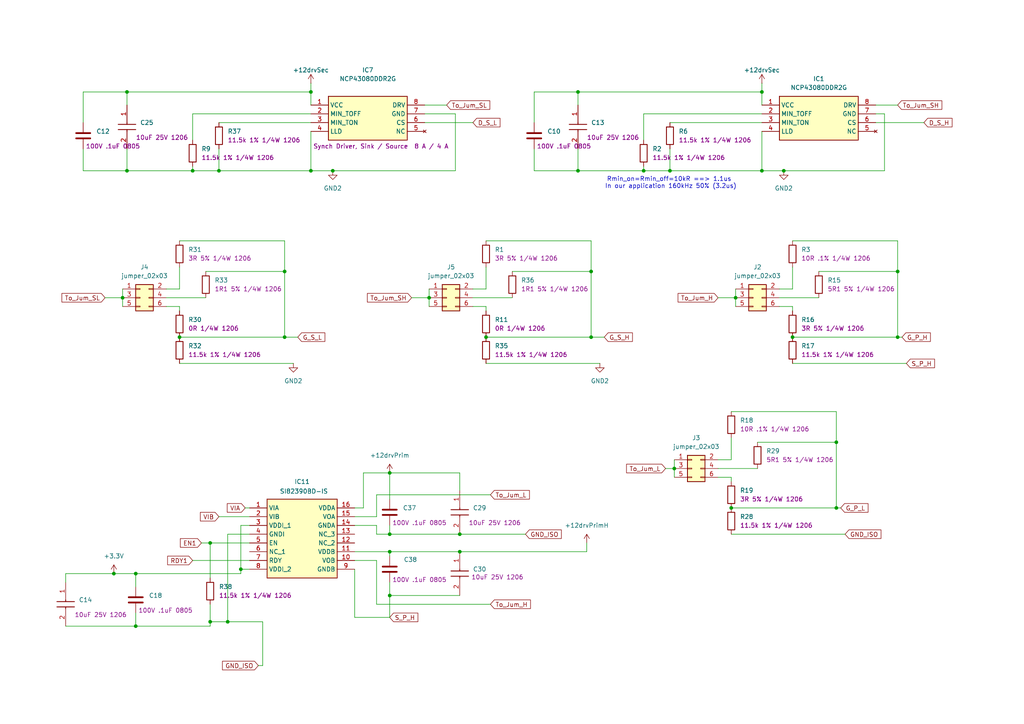
<source format=kicad_sch>
(kicad_sch (version 20250114) (generator "eeschema") (generator_version "9.0")
  (paper "A4")
  (lib_symbols
    (symbol "Connector_Generic:Conn_02x03_Odd_Even" (pin_names (offset 1.016) (hide yes))
      (property "Reference" "J" (at 1.27 5.08 0))
      (property "Value" "Conn_02x03_Odd_Even" (at 1.27 -5.08 0))
      (symbol "Conn_02x03_Odd_Even_1_1"
        (rectangle (start -1.27 3.81) (end 3.81 -3.81) (stroke (width 0.254)) (fill (type background)))
        (rectangle (start -1.27 2.667) (end 0 2.413) (stroke (width 0.1524)))
        (rectangle (start -1.27 0.127) (end 0 -0.127) (stroke (width 0.1524)))
        (rectangle (start -1.27 -2.413) (end 0 -2.667) (stroke (width 0.1524)))
        (rectangle (start 3.81 2.667) (end 2.54 2.413) (stroke (width 0.1524)))
        (rectangle (start 3.81 0.127) (end 2.54 -0.127) (stroke (width 0.1524)))
        (rectangle (start 3.81 -2.413) (end 2.54 -2.667) (stroke (width 0.1524)))
        (pin passive line (at -5.08 2.54 0) (length 3.81) (name "Pin_1") (number "1"))
        (pin passive line (at -5.08 0 0) (length 3.81) (name "Pin_3") (number "3"))
        (pin passive line (at -5.08 -2.54 0) (length 3.81) (name "Pin_5") (number "5"))
        (pin passive line (at 7.62 2.54 180) (length 3.81) (name "Pin_2") (number "2"))
        (pin passive line (at 7.62 0 180) (length 3.81) (name "Pin_4") (number "4"))
        (pin passive line (at 7.62 -2.54 180) (length 3.81) (name "Pin_6") (number "6"))
      )
    )
    (symbol "Device:C" (pin_numbers (hide yes)) (pin_names (offset 0.254))
      (property "Reference" "C" (at 0.635 2.54 0))
      (property "Value" "C" (at 0.635 -2.54 0))
      (symbol "C_0_1"
        (polyline (pts (xy -2.032 0.762) (xy 2.032 0.762)) (stroke (width 0.508)))
        (polyline (pts (xy -2.032 -0.762) (xy 2.032 -0.762)) (stroke (width 0.508)))
      )
      (symbol "C_1_1"
        (pin passive line (at 0 3.81 270) (length 2.794) (name "~") (number "1"))
        (pin passive line (at 0 -3.81 90) (length 2.794) (name "~") (number "2"))
      )
    )
    (symbol "Device:R" (pin_numbers (hide yes)) (pin_names (offset 0))
      (property "Reference" "R" (at 2.032 0 90))
      (property "Value" "R" (at 0 0 90))
      (symbol "R_0_1"
        (rectangle (start -1.016 -2.54) (end 1.016 2.54) (stroke (width 0.254)))
      )
      (symbol "R_1_1"
        (pin passive line (at 0 3.81 270) (length 1.27) (name "~") (number "1"))
        (pin passive line (at 0 -3.81 90) (length 1.27) (name "~") (number "2"))
      )
    )
    (symbol "GRM31CR71E106KA12K:GRM31CR71E106KA12K" (pin_names (hide yes))
      (property "Reference" "C" (at 8.89 6.35 0))
      (property "Value" "GRM31CR71E106KA12K" (at 8.89 3.81 0))
      (symbol "GRM31CR71E106KA12K_1_1"
        (polyline (pts (xy 5.08 0) (xy 5.588 0)) (stroke (width 0.254)))
        (polyline (pts (xy 5.588 2.54) (xy 5.588 -2.54)) (stroke (width 0.254)))
        (polyline (pts (xy 7.112 2.54) (xy 7.112 -2.54)) (stroke (width 0.254)))
        (polyline (pts (xy 7.112 0) (xy 7.62 0)) (stroke (width 0.254)))
        (pin passive line (at 0 0 0) (length 5.08) (name "1") (number "1"))
        (pin passive line (at 12.7 0 180) (length 5.08) (name "2") (number "2"))
      )
    )
    (symbol "NCP43080ADR2G:NCP43080ADR2G"
      (property "Reference" "IC" (at 29.21 7.62 0))
      (property "Value" "NCP43080ADR2G" (at 29.21 5.08 0))
      (symbol "NCP43080ADR2G_1_1"
        (rectangle (start 5.08 2.54) (end 27.94 -10.16) (stroke (width 0.254)) (fill (type background)))
        (pin passive line (at 0 0 0) (length 5.08) (name "VCC") (number "1"))
        (pin passive line (at 0 -2.54 0) (length 5.08) (name "MIN_TOFF") (number "2"))
        (pin passive line (at 0 -5.08 0) (length 5.08) (name "MIN_TON") (number "3"))
        (pin passive line (at 0 -7.62 0) (length 5.08) (name "LLD") (number "4"))
        (pin passive line (at 33.02 0 180) (length 5.08) (name "DRV") (number "8"))
        (pin passive line (at 33.02 -2.54 180) (length 5.08) (name "GND") (number "7"))
        (pin passive line (at 33.02 -5.08 180) (length 5.08) (name "CS") (number "6"))
        (pin no_connect line (at 33.02 -7.62 180) (length 5.08) (name "NC") (number "5"))
      )
    )
    (symbol "SI82390BD-IS:SI82390BD-IS"
      (property "Reference" "IC" (at 26.67 7.62 0))
      (property "Value" "SI82390BD-IS" (at 26.67 5.08 0))
      (symbol "SI82390BD-IS_1_1"
        (rectangle (start 5.08 2.54) (end 25.4 -20.32) (stroke (width 0.254)) (fill (type background)))
        (pin passive line (at 0 0 0) (length 5.08) (name "VIA") (number "1"))
        (pin passive line (at 0 -2.54 0) (length 5.08) (name "VIB") (number "2"))
        (pin passive line (at 0 -5.08 0) (length 5.08) (name "VDDI_1") (number "3"))
        (pin passive line (at 0 -7.62 0) (length 5.08) (name "GNDI") (number "4"))
        (pin passive line (at 0 -10.16 0) (length 5.08) (name "EN") (number "5"))
        (pin passive line (at 0 -12.7 0) (length 5.08) (name "NC_1") (number "6"))
        (pin passive line (at 0 -15.24 0) (length 5.08) (name "RDY") (number "7"))
        (pin passive line (at 0 -17.78 0) (length 5.08) (name "VDDI_2") (number "8"))
        (pin passive line (at 30.48 0 180) (length 5.08) (name "VDDA") (number "16"))
        (pin passive line (at 30.48 -2.54 180) (length 5.08) (name "VOA") (number "15"))
        (pin passive line (at 30.48 -5.08 180) (length 5.08) (name "GNDA") (number "14"))
        (pin passive line (at 30.48 -7.62 180) (length 5.08) (name "NC_3") (number "13"))
        (pin passive line (at 30.48 -10.16 180) (length 5.08) (name "NC_2") (number "12"))
        (pin passive line (at 30.48 -12.7 180) (length 5.08) (name "VDDB") (number "11"))
        (pin passive line (at 30.48 -15.24 180) (length 5.08) (name "VOB") (number "10"))
        (pin passive line (at 30.48 -17.78 180) (length 5.08) (name "GNDB") (number "9"))
      )
    )
    (symbol "power:+12V" (power) (pin_numbers (hide yes)) (pin_names (offset 0) (hide yes))
      (property "Value" "+12V" (at 0 3.556 0))
      (symbol "+12V_0_1"
        (polyline (pts (xy -0.762 1.27) (xy 0 2.54)))
        (polyline (pts (xy 0 2.54) (xy 0.762 1.27)))
        (polyline (pts (xy 0 0) (xy 0 2.54)))
      )
      (symbol "+12V_1_1"
        (pin power_in line (at 0 0 90) (length 0) (name "~") (number "1"))
      )
    )
    (symbol "power:+5V" (power) (pin_numbers (hide yes)) (pin_names (offset 0) (hide yes))
      (property "Value" "+5V" (at 0 3.556 0))
      (symbol "+5V_0_1"
        (polyline (pts (xy -0.762 1.27) (xy 0 2.54)))
        (polyline (pts (xy 0 2.54) (xy 0.762 1.27)))
        (polyline (pts (xy 0 0) (xy 0 2.54)))
      )
      (symbol "+5V_1_1"
        (pin power_in line (at 0 0 90) (length 0) (name "~") (number "1"))
      )
    )
    (symbol "power:GND2" (power) (pin_numbers (hide yes)) (pin_names (offset 0) (hide yes))
      (property "Value" "GND2" (at 0 -3.81 0))
      (symbol "GND2_0_1"
        (polyline (pts (xy 0 0) (xy 0 -1.27) (xy 1.27 -1.27) (xy 0 -2.54) (xy -1.27 -1.27) (xy 0 -1.27)))
      )
      (symbol "GND2_1_1"
        (pin power_in line (at 0 0 270) (length 0) (name "~") (number "1"))
      )
    )
  )
  (text "Rmin_on=Rmin_off=10kR ==> 1.1us \nIn our application 160kHz 50% (3.2us)" (at 194.564 53.086 0) (effects (font (size 1.27 1.27))))
  (junction (at 140.97 97.79))
  (junction (at 39.37 181.61))
  (junction (at 66.04 180.34))
  (junction (at 220.98 26.67))
  (junction (at 35.56 86.36))
  (junction (at 82.55 78.74))
  (junction (at 52.07 97.79))
  (junction (at 113.03 172.72))
  (junction (at 36.83 26.67))
  (junction (at 39.37 166.37))
  (junction (at 242.57 128.27))
  (junction (at 69.85 165.1))
  (junction (at 82.55 97.79))
  (junction (at 260.35 97.79))
  (junction (at 133.35 160.02))
  (junction (at 186.69 49.53))
  (junction (at 133.35 154.94))
  (junction (at 195.58 135.89))
  (junction (at 60.96 180.34))
  (junction (at 63.5 49.53))
  (junction (at 220.98 49.53))
  (junction (at 90.17 49.53))
  (junction (at 260.35 78.74))
  (junction (at 55.88 49.53))
  (junction (at 96.52 49.53))
  (junction (at 194.31 49.53))
  (junction (at 36.83 49.53))
  (junction (at 167.64 49.53))
  (junction (at 90.17 26.67))
  (junction (at 213.36 86.36))
  (junction (at 171.45 97.79))
  (junction (at 113.03 137.16))
  (junction (at 124.46 86.36))
  (junction (at 113.03 160.02))
  (junction (at 33.02 166.37))
  (junction (at 227.33 49.53))
  (junction (at 171.45 78.74))
  (junction (at 113.03 154.94))
  (junction (at 167.64 26.67))
  (junction (at 60.96 157.48))
  (junction (at 229.87 97.79))
  (junction (at 242.57 147.32))
  (junction (at 212.09 147.32))
  (wire (pts (xy 229.87 83.82) (xy 226.06 83.82)))
  (wire (pts (xy 123.19 33.02) (xy 132.08 33.02)))
  (wire (pts (xy 154.94 26.67) (xy 154.94 35.56)))
  (wire (pts (xy 237.49 78.74) (xy 260.35 78.74)))
  (wire (pts (xy 213.36 83.82) (xy 213.36 86.36)))
  (wire (pts (xy 220.98 26.67) (xy 220.98 30.48)))
  (wire (pts (xy 113.03 137.16) (xy 113.03 144.78)))
  (wire (pts (xy 109.22 175.26) (xy 109.22 162.56)))
  (wire (pts (xy 254 35.56) (xy 267.97 35.56)))
  (wire (pts (xy 137.16 88.9) (xy 140.97 88.9)))
  (wire (pts (xy 227.33 49.53) (xy 256.54 49.53)))
  (wire (pts (xy 39.37 181.61) (xy 39.37 177.8)))
  (wire (pts (xy 208.28 138.43) (xy 212.09 138.43)))
  (wire (pts (xy 63.5 49.53) (xy 90.17 49.53)))
  (wire (pts (xy 229.87 77.47) (xy 229.87 83.82)))
  (wire (pts (xy 212.09 133.35) (xy 208.28 133.35)))
  (wire (pts (xy 109.22 143.51) (xy 142.24 143.51)))
  (wire (pts (xy 140.97 77.47) (xy 140.97 83.82)))
  (wire (pts (xy 52.07 105.41) (xy 85.09 105.41)))
  (wire (pts (xy 60.96 157.48) (xy 60.96 167.64)))
  (wire (pts (xy 52.07 97.79) (xy 82.55 97.79)))
  (wire (pts (xy 140.97 97.79) (xy 171.45 97.79)))
  (wire (pts (xy 113.03 179.07) (xy 113.03 172.72)))
  (wire (pts (xy 195.58 135.89) (xy 195.58 138.43)))
  (wire (pts (xy 167.64 43.18) (xy 167.64 49.53)))
  (wire (pts (xy 154.94 26.67) (xy 167.64 26.67)))
  (wire (pts (xy 140.97 105.41) (xy 173.99 105.41)))
  (wire (pts (xy 72.39 152.4) (xy 69.85 152.4)))
  (wire (pts (xy 24.13 26.67) (xy 36.83 26.67)))
  (wire (pts (xy 109.22 149.86) (xy 109.22 143.51)))
  (wire (pts (xy 96.52 49.53) (xy 132.08 49.53)))
  (wire (pts (xy 154.94 49.53) (xy 167.64 49.53)))
  (wire (pts (xy 113.03 168.91) (xy 113.03 172.72)))
  (wire (pts (xy 39.37 170.18) (xy 39.37 166.37)))
  (wire (pts (xy 90.17 26.67) (xy 90.17 30.48)))
  (wire (pts (xy 167.64 26.67) (xy 220.98 26.67)))
  (wire (pts (xy 102.87 160.02) (xy 113.03 160.02)))
  (wire (pts (xy 63.5 35.56) (xy 90.17 35.56)))
  (wire (pts (xy 55.88 162.56) (xy 72.39 162.56)))
  (wire (pts (xy 90.17 24.13) (xy 90.17 26.67)))
  (wire (pts (xy 69.85 166.37) (xy 69.85 165.1)))
  (wire (pts (xy 260.35 78.74) (xy 260.35 97.79)))
  (wire (pts (xy 60.96 180.34) (xy 66.04 180.34)))
  (wire (pts (xy 102.87 162.56) (xy 109.22 162.56)))
  (wire (pts (xy 52.07 77.47) (xy 52.07 83.82)))
  (wire (pts (xy 171.45 69.85) (xy 171.45 78.74)))
  (wire (pts (xy 19.05 166.37) (xy 33.02 166.37)))
  (wire (pts (xy 212.09 147.32) (xy 242.57 147.32)))
  (wire (pts (xy 30.48 86.36) (xy 35.56 86.36)))
  (wire (pts (xy 96.52 49.53) (xy 90.17 49.53)))
  (wire (pts (xy 113.03 154.94) (xy 133.35 154.94)))
  (wire (pts (xy 33.02 166.37) (xy 39.37 166.37)))
  (wire (pts (xy 55.88 49.53) (xy 63.5 49.53)))
  (wire (pts (xy 69.85 165.1) (xy 72.39 165.1)))
  (wire (pts (xy 60.96 180.34) (xy 60.96 175.26)))
  (wire (pts (xy 229.87 90.17) (xy 229.87 88.9)))
  (wire (pts (xy 140.97 83.82) (xy 137.16 83.82)))
  (wire (pts (xy 213.36 86.36) (xy 213.36 88.9)))
  (wire (pts (xy 229.87 97.79) (xy 260.35 97.79)))
  (wire (pts (xy 36.83 49.53) (xy 55.88 49.53)))
  (wire (pts (xy 154.94 43.18) (xy 154.94 49.53)))
  (wire (pts (xy 133.35 154.94) (xy 152.4 154.94)))
  (wire (pts (xy 212.09 127) (xy 212.09 133.35)))
  (wire (pts (xy 105.41 137.16) (xy 105.41 147.32)))
  (wire (pts (xy 193.04 135.89) (xy 195.58 135.89)))
  (wire (pts (xy 167.64 26.67) (xy 167.64 30.48)))
  (wire (pts (xy 36.83 26.67) (xy 90.17 26.67)))
  (wire (pts (xy 55.88 40.64) (xy 55.88 33.02)))
  (wire (pts (xy 105.41 137.16) (xy 113.03 137.16)))
  (wire (pts (xy 82.55 69.85) (xy 82.55 78.74)))
  (wire (pts (xy 113.03 152.4) (xy 113.03 154.94)))
  (wire (pts (xy 66.04 180.34) (xy 76.2 180.34)))
  (wire (pts (xy 74.93 193.04) (xy 76.2 193.04)))
  (wire (pts (xy 71.12 147.32) (xy 72.39 147.32)))
  (wire (pts (xy 59.69 78.74) (xy 82.55 78.74)))
  (wire (pts (xy 229.87 105.41) (xy 262.89 105.41)))
  (wire (pts (xy 212.09 154.94) (xy 245.11 154.94)))
  (wire (pts (xy 63.5 149.86) (xy 72.39 149.86)))
  (wire (pts (xy 229.87 69.85) (xy 260.35 69.85)))
  (wire (pts (xy 52.07 69.85) (xy 82.55 69.85)))
  (wire (pts (xy 226.06 88.9) (xy 229.87 88.9)))
  (wire (pts (xy 55.88 48.26) (xy 55.88 49.53)))
  (wire (pts (xy 171.45 97.79) (xy 175.26 97.79)))
  (wire (pts (xy 66.04 154.94) (xy 72.39 154.94)))
  (wire (pts (xy 260.35 97.79) (xy 261.62 97.79)))
  (wire (pts (xy 124.46 83.82) (xy 124.46 86.36)))
  (wire (pts (xy 52.07 90.17) (xy 52.07 88.9)))
  (wire (pts (xy 242.57 147.32) (xy 243.84 147.32)))
  (wire (pts (xy 195.58 133.35) (xy 195.58 135.89)))
  (wire (pts (xy 52.07 83.82) (xy 48.26 83.82)))
  (wire (pts (xy 36.83 26.67) (xy 36.83 30.48)))
  (wire (pts (xy 113.03 160.02) (xy 113.03 161.29)))
  (wire (pts (xy 119.38 86.36) (xy 124.46 86.36)))
  (wire (pts (xy 137.16 86.36) (xy 148.59 86.36)))
  (wire (pts (xy 140.97 69.85) (xy 171.45 69.85)))
  (wire (pts (xy 82.55 97.79) (xy 86.36 97.79)))
  (wire (pts (xy 254 30.48) (xy 260.35 30.48)))
  (wire (pts (xy 19.05 168.91) (xy 19.05 166.37)))
  (wire (pts (xy 171.45 78.74) (xy 171.45 97.79)))
  (wire (pts (xy 186.69 33.02) (xy 220.98 33.02)))
  (wire (pts (xy 123.19 35.56) (xy 137.16 35.56)))
  (wire (pts (xy 194.31 35.56) (xy 220.98 35.56)))
  (wire (pts (xy 35.56 83.82) (xy 35.56 86.36)))
  (wire (pts (xy 167.64 49.53) (xy 186.69 49.53)))
  (wire (pts (xy 24.13 26.67) (xy 24.13 35.56)))
  (wire (pts (xy 76.2 193.04) (xy 76.2 180.34)))
  (wire (pts (xy 194.31 43.18) (xy 194.31 49.53)))
  (wire (pts (xy 113.03 172.72) (xy 133.35 172.72)))
  (wire (pts (xy 55.88 33.02) (xy 90.17 33.02)))
  (wire (pts (xy 132.08 33.02) (xy 132.08 49.53)))
  (wire (pts (xy 113.03 160.02) (xy 133.35 160.02)))
  (wire (pts (xy 109.22 152.4) (xy 109.22 154.94)))
  (wire (pts (xy 19.05 181.61) (xy 39.37 181.61)))
  (wire (pts (xy 109.22 152.4) (xy 102.87 152.4)))
  (wire (pts (xy 220.98 38.1) (xy 220.98 49.53)))
  (wire (pts (xy 39.37 166.37) (xy 69.85 166.37)))
  (wire (pts (xy 60.96 181.61) (xy 60.96 180.34)))
  (wire (pts (xy 220.98 24.13) (xy 220.98 26.67)))
  (wire (pts (xy 39.37 181.61) (xy 60.96 181.61)))
  (wire (pts (xy 35.56 86.36) (xy 35.56 88.9)))
  (wire (pts (xy 242.57 128.27) (xy 242.57 147.32)))
  (wire (pts (xy 48.26 88.9) (xy 52.07 88.9)))
  (wire (pts (xy 256.54 33.02) (xy 256.54 49.53)))
  (wire (pts (xy 212.09 119.38) (xy 242.57 119.38)))
  (wire (pts (xy 227.33 49.53) (xy 220.98 49.53)))
  (wire (pts (xy 194.31 49.53) (xy 220.98 49.53)))
  (wire (pts (xy 102.87 165.1) (xy 102.87 179.07)))
  (wire (pts (xy 109.22 175.26) (xy 142.24 175.26)))
  (wire (pts (xy 186.69 49.53) (xy 194.31 49.53)))
  (wire (pts (xy 186.69 40.64) (xy 186.69 33.02)))
  (wire (pts (xy 66.04 154.94) (xy 66.04 180.34)))
  (wire (pts (xy 133.35 137.16) (xy 133.35 142.24)))
  (wire (pts (xy 242.57 119.38) (xy 242.57 128.27)))
  (wire (pts (xy 208.28 86.36) (xy 213.36 86.36)))
  (wire (pts (xy 102.87 149.86) (xy 109.22 149.86)))
  (wire (pts (xy 140.97 90.17) (xy 140.97 88.9)))
  (wire (pts (xy 212.09 139.7) (xy 212.09 138.43)))
  (wire (pts (xy 186.69 48.26) (xy 186.69 49.53)))
  (wire (pts (xy 254 33.02) (xy 256.54 33.02)))
  (wire (pts (xy 260.35 69.85) (xy 260.35 78.74)))
  (wire (pts (xy 133.35 160.02) (xy 170.18 160.02)))
  (wire (pts (xy 226.06 86.36) (xy 237.49 86.36)))
  (wire (pts (xy 24.13 43.18) (xy 24.13 49.53)))
  (wire (pts (xy 219.71 128.27) (xy 242.57 128.27)))
  (wire (pts (xy 170.18 160.02) (xy 170.18 157.48)))
  (wire (pts (xy 58.42 157.48) (xy 60.96 157.48)))
  (wire (pts (xy 109.22 154.94) (xy 113.03 154.94)))
  (wire (pts (xy 102.87 179.07) (xy 113.03 179.07)))
  (wire (pts (xy 113.03 137.16) (xy 133.35 137.16)))
  (wire (pts (xy 82.55 78.74) (xy 82.55 97.79)))
  (wire (pts (xy 48.26 86.36) (xy 59.69 86.36)))
  (wire (pts (xy 24.13 49.53) (xy 36.83 49.53)))
  (wire (pts (xy 60.96 157.48) (xy 72.39 157.48)))
  (wire (pts (xy 63.5 43.18) (xy 63.5 49.53)))
  (wire (pts (xy 90.17 38.1) (xy 90.17 49.53)))
  (wire (pts (xy 102.87 147.32) (xy 105.41 147.32)))
  (wire (pts (xy 148.59 78.74) (xy 171.45 78.74)))
  (wire (pts (xy 123.19 30.48) (xy 129.54 30.48)))
  (wire (pts (xy 36.83 43.18) (xy 36.83 49.53)))
  (wire (pts (xy 208.28 135.89) (xy 219.71 135.89)))
  (wire (pts (xy 69.85 152.4) (xy 69.85 165.1)))
  (wire (pts (xy 124.46 86.36) (xy 124.46 88.9)))
  (global_label "To_Jum_H" (shape input) (at 142.24 175.26 0) (property "Intersheetrefs" "${INTERSHEET_REFS}" (effects (hide yes))))
  (global_label "To_Jum_SL" (shape input) (at 30.48 86.36 180) (property "Intersheetrefs" "${INTERSHEET_REFS}" (effects (hide yes))))
  (global_label "To_Jum_SH" (shape input) (at 260.35 30.48 0) (property "Intersheetrefs" "${INTERSHEET_REFS}" (effects (hide yes))))
  (global_label "G_S_L" (shape input) (at 86.36 97.79 0) (property "Intersheetrefs" "${INTERSHEET_REFS}" (effects (hide yes))))
  (global_label "To_Jum_SL" (shape input) (at 129.54 30.48 0) (property "Intersheetrefs" "${INTERSHEET_REFS}" (effects (hide yes))))
  (global_label "S_P_H" (shape input) (at 113.03 179.07 0) (property "Intersheetrefs" "${INTERSHEET_REFS}" (effects (hide yes))))
  (global_label "D_S_L" (shape input) (at 137.16 35.56 0) (property "Intersheetrefs" "${INTERSHEET_REFS}" (effects (hide yes))))
  (global_label "G_P_L" (shape input) (at 243.84 147.32 0) (property "Intersheetrefs" "${INTERSHEET_REFS}" (effects (hide yes))))
  (global_label "RDY1" (shape input) (at 55.88 162.56 180) (property "Intersheetrefs" "${INTERSHEET_REFS}" (effects (hide yes))))
  (global_label "S_P_H" (shape input) (at 262.89 105.41 0) (property "Intersheetrefs" "${INTERSHEET_REFS}" (effects (hide yes))))
  (global_label "G_P_H" (shape input) (at 261.62 97.79 0) (property "Intersheetrefs" "${INTERSHEET_REFS}" (effects (hide yes))))
  (global_label "G_S_H" (shape input) (at 175.26 97.79 0) (property "Intersheetrefs" "${INTERSHEET_REFS}" (effects (hide yes))))
  (global_label "To_Jum_H" (shape input) (at 208.28 86.36 180) (property "Intersheetrefs" "${INTERSHEET_REFS}" (effects (hide yes))))
  (global_label "To_Jum_L" (shape input) (at 193.04 135.89 180) (property "Intersheetrefs" "${INTERSHEET_REFS}" (effects (hide yes))))
  (global_label "GND_ISO" (shape input) (at 152.4 154.94 0) (property "Intersheetrefs" "${INTERSHEET_REFS}" (effects (hide yes))))
  (global_label "D_S_H" (shape input) (at 267.97 35.56 0) (property "Intersheetrefs" "${INTERSHEET_REFS}" (effects (hide yes))))
  (global_label "To_Jum_SH" (shape input) (at 119.38 86.36 180) (property "Intersheetrefs" "${INTERSHEET_REFS}" (effects (hide yes))))
  (global_label "VIB" (shape input) (at 63.5 149.86 180) (property "Intersheetrefs" "${INTERSHEET_REFS}" (effects (hide yes))))
  (global_label "GND_ISO" (shape input) (at 74.93 193.04 180) (property "Intersheetrefs" "${INTERSHEET_REFS}" (effects (hide yes))))
  (global_label "VIA" (shape input) (at 71.12 147.32 180) (property "Intersheetrefs" "${INTERSHEET_REFS}" (effects (hide yes))))
  (global_label "EN1" (shape input) (at 58.42 157.48 180) (property "Intersheetrefs" "${INTERSHEET_REFS}" (effects (hide yes))))
  (global_label "GND_ISO" (shape input) (at 245.11 154.94 0) (property "Intersheetrefs" "${INTERSHEET_REFS}" (effects (hide yes))))
  (global_label "To_Jum_L" (shape input) (at 142.24 143.51 0) (property "Intersheetrefs" "${INTERSHEET_REFS}" (effects (hide yes))))
  (symbol (lib_id "Device:R") (at 229.87 93.98 0) (unit 1)
    (property "Reference" "R16" (at 232.41 92.7099 0) (effects (justify left)))
    (property "Value" "KTR18EZPJ3R0" (effects (hide yes)))
    (property "Footprint" "Resistor_SMD:R_1206_3216Metric" (effects (hide yes)))
    (property "Datasheet" "https://fscdn.rohm.com/en/products/databook/datasheet/passive/resistor/chip_resistor/ktr-e.pdf" (effects (hide yes)))
    (property "Description" "3R 5% 1/4W 1206" (at 232.41 95.2499 0) (effects (justify left)))
    (property "Mouser Part Number" "755-KTR18EZPJ3R0" (effects (hide yes)))
    (property "Manufacturer_Name  " "ROHM Semiconductor" (effects (hide yes)))
    (property "Manufacturer_Part_Number " "KTR18EZPJ3R0" (effects (hide yes)))
  )
  (symbol (lib_id "Device:R") (at 52.07 93.98 0) (unit 1)
    (property "Reference" "R30" (at 54.61 92.7099 0) (effects (justify left)))
    (property "Value" "CRCW12060000Z0EAC" (effects (hide yes)))
    (property "Footprint" "Resistor_SMD:R_1206_3216Metric" (effects (hide yes)))
    (property "Datasheet" "https://www.vishay.com/docs/28773/crcwce3.pdf" (effects (hide yes)))
    (property "Description" "0R 1/4W 1206" (at 54.61 95.2499 0) (effects (justify left)))
    (property "Mouser Part Number" "71-CRCW12060000Z0EAC" (effects (hide yes)))
    (property "Manufacturer_Name  " "Vishay" (effects (hide yes)))
    (property "Manufacturer_Part_Number " "CRCW12060000Z0EAC" (effects (hide yes)))
  )
  (symbol (lib_id "Device:R") (at 237.49 82.55 0) (unit 1)
    (property "Reference" "R15" (at 240.03 81.2799 0) (effects (justify left)))
    (property "Value" "M251206BB5108JP500" (effects (hide yes)))
    (property "Footprint" "Resistor_SMD:R_1206_3216Metric" (effects (hide yes)))
    (property "Datasheet" "https://www.vishay.com/doc?20031" (effects (hide yes)))
    (property "Description" "5R1 5% 1/4W 1206" (at 240.03 83.8199 0) (effects (justify left)))
    (property "Mouser Part Number" "71-M251206BB5108JP50" (effects (hide yes)))
    (property "Manufacturer_Name  " "Vishay / Dale" (effects (hide yes)))
    (property "Manufacturer_Part_Number " "M251206BB5108JP500" (effects (hide yes)))
  )
  (symbol (lib_id "Device:R") (at 212.09 143.51 0) (unit 1)
    (property "Reference" "R19" (at 214.63 142.2399 0) (effects (justify left)))
    (property "Value" "KTR18EZPJ3R0" (effects (hide yes)))
    (property "Footprint" "Resistor_SMD:R_1206_3216Metric" (effects (hide yes)))
    (property "Datasheet" "https://fscdn.rohm.com/en/products/databook/datasheet/passive/resistor/chip_resistor/ktr-e.pdf" (effects (hide yes)))
    (property "Description" "3R 5% 1/4W 1206" (at 214.63 144.7799 0) (effects (justify left)))
    (property "Mouser Part Number" "755-KTR18EZPJ3R0" (effects (hide yes)))
    (property "Manufacturer_Name  " "ROHM Semiconductor" (effects (hide yes)))
    (property "Manufacturer_Part_Number " "KTR18EZPJ3R0" (effects (hide yes)))
  )
  (symbol (lib_id "GRM31CR71E106KA12K:GRM31CR71E106KA12K") (at 133.35 142.24 270) (unit 1)
    (property "Reference" "C29" (at 137.16 147.3199 90) (effects (justify left)))
    (property "Value" "GRM31CR71E106KA12K" (effects (hide yes)))
    (property "Footprint" "GRM31CR71E106KA12K:GRM31x" (effects (hide yes)))
    (property "Datasheet" "https://search.murata.co.jp/Ceramy/image/img/A01X/G101/ENG/GRM31CR71E106KA12-01CA.pdf" (effects (hide yes)))
    (property "Description" "10uF 25V 1206" (at 143.51 151.638 90))
    (property "Height" "1.25" (effects (hide yes)))
    (property "Mouser Part Number" "81-GRM31CR71E106KA2K" (effects (hide yes)))
    (property "Mouser Price/Stock" "https://www.mouser.co.uk/ProductDetail/Murata-Electronics/GRM31CR71E106KA12K?qs=raY79WRVTyM6xGVExNjdaw%3D%3D" (effects (hide yes)))
    (property "Manufacturer_Name" "Murata Electronics" (effects (hide yes)))
    (property "Manufacturer_Part_Number" "GRM31CR71E106KA12K" (effects (hide yes)))
  )
  (symbol (lib_id "Device:R") (at 148.59 82.55 0) (unit 1)
    (property "Reference" "R36" (at 151.13 81.2799 0) (effects (justify left)))
    (property "Value" "RC1206JR-071R1L" (effects (hide yes)))
    (property "Footprint" "Resistor_SMD:R_1206_3216Metric" (effects (hide yes)))
    (property "Datasheet" "https://www.mouser.fr/datasheet/3/508/1/PYu-RC_Group_51_RoHS_L_12.pdf" (effects (hide yes)))
    (property "Description" "1R1 5% 1/4W 1206" (at 151.13 83.8199 0) (effects (justify left)))
    (property "Mouser Part Number" "603-RC1206JR-071R1L" (effects (hide yes)))
    (property "Manufacturer_Name  " "YAGEO" (effects (hide yes)))
    (property "Manufacturer_Part_Number " "RC1206JR-071R1L" (effects (hide yes)))
  )
  (symbol (lib_id "Device:C") (at 154.94 39.37 0) (unit 1)
    (property "Reference" "C10" (at 158.75 38.0999 0) (effects (justify left)))
    (property "Value" "SH21B104K101CT" (effects (hide yes)))
    (property "Footprint" "Capacitor_SMD:C_0805_2012Metric" (effects (hide yes)))
    (property "Datasheet" "https://www.mouser.fr/datasheet/3/317/1/WTC_MLCC_Soft_term_SH.pdf" (effects (hide yes)))
    (property "Description" "100V .1uF 0805" (at 163.576 42.418 0))
    (property "Manufacturer_Name" "Walsin" (effects (hide yes)))
    (property "Manufacturer_Part_Number " "SH21B104K101CT" (effects (hide yes)))
    (property "Mouser Part Number" "791-SH21B104K101CT" (effects (hide yes)))
  )
  (symbol (lib_id "Device:R") (at 140.97 101.6 0) (unit 1)
    (property "Reference" "R35" (at 143.51 100.3299 0) (effects (justify left)))
    (property "Value" "RC1206FR-0711K5L" (effects (hide yes)))
    (property "Footprint" "Resistor_SMD:R_1206_3216Metric" (effects (hide yes)))
    (property "Datasheet" "www.mouser.com/catalog/specsheets/YAGEO_PYu_RC_Group_51_RoHS_L_12.pdf" (effects (hide yes)))
    (property "Description" "11.5k 1% 1/4W 1206" (at 143.51 102.8699 0) (effects (justify left)))
    (property "Mouser Part Number" "603-RC1206FR-0711K5L" (effects (hide yes)))
    (property "Manufacturer_Name  " "YAGEO" (effects (hide yes)))
    (property "Manufacturer_Part_Number " "RC1206FR-0711K5L" (effects (hide yes)))
  )
  (symbol (lib_id "GRM31CR71E106KA12K:GRM31CR71E106KA12K") (at 133.35 160.02 270) (unit 1)
    (property "Reference" "C30" (at 137.16 165.0999 90) (effects (justify left)))
    (property "Value" "GRM31CR71E106KA12K" (effects (hide yes)))
    (property "Footprint" "GRM31CR71E106KA12K:GRM31x" (effects (hide yes)))
    (property "Datasheet" "https://search.murata.co.jp/Ceramy/image/img/A01X/G101/ENG/GRM31CR71E106KA12-01CA.pdf" (effects (hide yes)))
    (property "Description" "10uF 25V 1206" (at 144.272 167.386 90))
    (property "Height" "1.25" (effects (hide yes)))
    (property "Mouser Part Number" "81-GRM31CR71E106KA2K" (effects (hide yes)))
    (property "Mouser Price/Stock" "https://www.mouser.co.uk/ProductDetail/Murata-Electronics/GRM31CR71E106KA12K?qs=raY79WRVTyM6xGVExNjdaw%3D%3D" (effects (hide yes)))
    (property "Manufacturer_Name" "Murata Electronics" (effects (hide yes)))
    (property "Manufacturer_Part_Number" "GRM31CR71E106KA12K" (effects (hide yes)))
  )
  (symbol (lib_id "Device:R") (at 229.87 101.6 0) (unit 1)
    (property "Reference" "R17" (at 232.41 100.3299 0) (effects (justify left)))
    (property "Value" "RC1206FR-0711K5L" (effects (hide yes)))
    (property "Footprint" "Resistor_SMD:R_1206_3216Metric" (effects (hide yes)))
    (property "Datasheet" "www.mouser.com/catalog/specsheets/YAGEO_PYu_RC_Group_51_RoHS_L_12.pdf" (effects (hide yes)))
    (property "Description" "11.5k 1% 1/4W 1206" (at 232.41 102.8699 0) (effects (justify left)))
    (property "Mouser Part Number" "603-RC1206FR-0711K5L" (effects (hide yes)))
    (property "Manufacturer_Name  " "YAGEO" (effects (hide yes)))
    (property "Manufacturer_Part_Number " "RC1206FR-0711K5L" (effects (hide yes)))
  )
  (symbol (lib_id "power:+12V") (at 220.98 24.13 0) (unit 1)
    (property "Reference" "#PWR011" (effects (hide yes)))
    (property "Value" "+12drvSec" (at 220.98 20.32 0))
    (property "Description" "Power symbol creates a global label with name \"+12V\"" (effects (hide yes)))
  )
  (symbol (lib_id "Device:R") (at 212.09 123.19 0) (unit 1)
    (property "Reference" "R18" (at 214.63 121.9199 0) (effects (justify left)))
    (property "Value" "RNCE1206BTE10R0" (effects (hide yes)))
    (property "Footprint" "Resistor_SMD:R_1206_3216Metric" (effects (hide yes)))
    (property "Datasheet" "https://www.mouser.fr/datasheet/3/1099/1/SEI-RNCE.pdf" (effects (hide yes)))
    (property "Description" "10R .1% 1/4W 1206" (at 214.63 124.4599 0) (effects (justify left)))
    (property "Mouser Part Number" "708-RNCE1206BTE10R0" (effects (hide yes)))
    (property "Manufacturer_Name  " "SEI Stackpole" (effects (hide yes)))
    (property "Manufacturer_Part_Number " "RNCE1206BTE10R0" (effects (hide yes)))
  )
  (symbol (lib_id "Device:R") (at 63.5 39.37 0) (unit 1)
    (property "Reference" "R37" (at 66.04 38.0999 0) (effects (justify left)))
    (property "Value" "RC1206FR-0711K5L" (effects (hide yes)))
    (property "Footprint" "Resistor_SMD:R_1206_3216Metric" (effects (hide yes)))
    (property "Datasheet" "www.mouser.com/catalog/specsheets/YAGEO_PYu_RC_Group_51_RoHS_L_12.pdf" (effects (hide yes)))
    (property "Description" "11.5k 1% 1/4W 1206" (at 66.04 40.6399 0) (effects (justify left)))
    (property "Mouser Part Number" "603-RC1206FR-0711K5L" (effects (hide yes)))
    (property "Manufacturer_Name  " "YAGEO" (effects (hide yes)))
    (property "Manufacturer_Part_Number " "RC1206FR-0711K5L" (effects (hide yes)))
  )
  (symbol (lib_id "power:+12V") (at 90.17 24.13 0) (unit 1)
    (property "Reference" "#PWR013" (effects (hide yes)))
    (property "Value" "+12drvSec" (at 90.17 20.32 0))
    (property "Description" "Power symbol creates a global label with name \"+12V\"" (effects (hide yes)))
  )
  (symbol (lib_id "GRM31CR71E106KA12K:GRM31CR71E106KA12K") (at 167.64 30.48 270) (unit 1)
    (property "Reference" "C13" (at 171.45 35.5599 90) (effects (justify left)))
    (property "Value" "GRM31CR71E106KA12K" (effects (hide yes)))
    (property "Footprint" "GRM31CR71E106KA12K:GRM31x" (effects (hide yes)))
    (property "Datasheet" "https://search.murata.co.jp/Ceramy/image/img/A01X/G101/ENG/GRM31CR71E106KA12-01CA.pdf" (effects (hide yes)))
    (property "Description" "10uF 25V 1206" (at 177.8 39.878 90))
    (property "Height" "1.25" (effects (hide yes)))
    (property "Mouser Part Number" "81-GRM31CR71E106KA2K" (effects (hide yes)))
    (property "Mouser Price/Stock" "https://www.mouser.co.uk/ProductDetail/Murata-Electronics/GRM31CR71E106KA12K?qs=raY79WRVTyM6xGVExNjdaw%3D%3D" (effects (hide yes)))
    (property "Manufacturer_Name" "Murata Electronics" (effects (hide yes)))
    (property "Manufacturer_Part_Number" "GRM31CR71E106KA12K" (effects (hide yes)))
  )
  (symbol (lib_id "Device:C") (at 39.37 173.99 0) (unit 1)
    (property "Reference" "C18" (at 43.18 172.7199 0) (effects (justify left)))
    (property "Value" "SH21B104K101CT" (effects (hide yes)))
    (property "Footprint" "Capacitor_SMD:C_0805_2012Metric" (effects (hide yes)))
    (property "Datasheet" "https://www.mouser.fr/datasheet/3/317/1/WTC_MLCC_Soft_term_SH.pdf" (effects (hide yes)))
    (property "Description" "100V .1uF 0805" (at 48.006 177.038 0))
    (property "Manufacturer_Name" "Walsin" (effects (hide yes)))
    (property "Manufacturer_Part_Number " "SH21B104K101CT" (effects (hide yes)))
    (property "Mouser Part Number" "791-SH21B104K101CT" (effects (hide yes)))
  )
  (symbol (lib_id "power:+12V") (at 113.03 137.16 0) (unit 1)
    (property "Reference" "#PWR040" (effects (hide yes)))
    (property "Value" "+12drvPrim" (at 113.03 132.08 0))
    (property "Description" "Power symbol creates a global label with name \"+12V\"" (effects (hide yes)))
  )
  (symbol (lib_id "Device:R") (at 219.71 132.08 0) (unit 1)
    (property "Reference" "R29" (at 222.25 130.8099 0) (effects (justify left)))
    (property "Value" "M251206BB5108JP500" (effects (hide yes)))
    (property "Footprint" "Resistor_SMD:R_1206_3216Metric" (effects (hide yes)))
    (property "Datasheet" "https://www.vishay.com/doc?20031" (effects (hide yes)))
    (property "Description" "5R1 5% 1/4W 1206" (at 222.25 133.3499 0) (effects (justify left)))
    (property "Mouser Part Number" "71-M251206BB5108JP50" (effects (hide yes)))
    (property "Manufacturer_Name  " "Vishay / Dale" (effects (hide yes)))
    (property "Manufacturer_Part_Number " "M251206BB5108JP500" (effects (hide yes)))
  )
  (symbol (lib_id "Device:R") (at 52.07 73.66 0) (unit 1)
    (property "Reference" "R31" (at 54.61 72.3899 0) (effects (justify left)))
    (property "Value" "KTR18EZPJ3R0" (effects (hide yes)))
    (property "Footprint" "Resistor_SMD:R_1206_3216Metric" (effects (hide yes)))
    (property "Datasheet" "https://www.rohm.com/datasheet?p=KTR18EZPJ&dist=Mouser&media=referral&source=mouser.com&campaign=Mouser" (effects (hide yes)))
    (property "Description" "3R 5% 1/4W 1206" (at 54.61 74.9299 0) (effects (justify left)))
    (property "Mouser Part Number" "755-KTR18EZPJ3R0" (effects (hide yes)))
    (property "Manufacturer_Name  " "ROHM Semiconductor" (effects (hide yes)))
    (property "Manufacturer_Part_Number " "KTR18EZPJ3R0" (effects (hide yes)))
  )
  (symbol (lib_id "NCP43080ADR2G:NCP43080ADR2G") (at 220.98 30.48 0) (unit 1)
    (property "Reference" "IC1" (at 237.49 22.86 0))
    (property "Value" "NCP43080DDR2G" (at 237.49 25.4 0))
    (property "Footprint" "Package_SO:SOIC-8_3.9x4.9mm_P1.27mm" (effects (hide yes)))
    (property "Datasheet" "https://www.onsemi.com/download/data-sheet/pdf/ncp43080-d.pdf" (effects (hide yes)))
    (property "Description" "Synch Driver, Sink / Source  8 A / 4 A" (effects (hide yes)))
    (property "Height" "1.75" (effects (hide yes)))
    (property "Mouser Part Number" "863-NCP43080DDR2G" (effects (hide yes)))
    (property "Mouser Price/Stock" "https://www.mouser.co.uk/ProductDetail/onsemi/NCP43080ADR2G?qs=4vGevBu%252B8qm6lzgD6nO%252B4g%3D%3D" (effects (hide yes)))
    (property "Manufacturer_Name" "onsemi" (effects (hide yes)))
    (property "Manufacturer_Part_Number" "NCP43080DDR2G" (effects (hide yes)))
  )
  (symbol (lib_id "power:GND2") (at 96.52 49.53 0) (unit 1)
    (property "Reference" "#PWR014" (effects (hide yes)))
    (property "Value" "GND2" (at 96.52 54.61 0))
    (property "Description" "Power symbol creates a global label with name \"GND2\" , ground" (effects (hide yes)))
  )
  (symbol (lib_id "Connector_Generic:Conn_02x03_Odd_Even") (at 218.44 86.36 0) (unit 1)
    (property "Reference" "J2" (at 219.71 77.47 0))
    (property "Value" "jumper_02x03" (at 219.71 80.01 0))
    (property "Footprint" "Connector_PinHeader_2.54mm:PinHeader_2x03_P2.54mm_Vertical_SMD" (effects (hide yes)))
    (property "Datasheet" "NA" (effects (hide yes)))
    (property "Description" "Connector_PinHeader_2.54mm,PinHeader_2x03_P2.54mm_Vertical" (effects (hide yes)))
  )
  (symbol (lib_id "Device:R") (at 229.87 73.66 0) (unit 1)
    (property "Reference" "R3" (at 232.41 72.3899 0) (effects (justify left)))
    (property "Value" "RNCE1206BTE10R0" (effects (hide yes)))
    (property "Footprint" "Resistor_SMD:R_1206_3216Metric" (effects (hide yes)))
    (property "Datasheet" "https://www.mouser.fr/datasheet/3/1099/1/SEI-RNCE.pdf" (effects (hide yes)))
    (property "Description" "10R .1% 1/4W 1206" (at 232.41 74.9299 0) (effects (justify left)))
    (property "Mouser Part Number" "708-RNCE1206BTE10R0" (effects (hide yes)))
    (property "Manufacturer_Name  " "SEI Stackpole" (effects (hide yes)))
    (property "Manufacturer_Part_Number " "RNCE1206BTE10R0" (effects (hide yes)))
  )
  (symbol (lib_id "Device:R") (at 55.88 44.45 0) (unit 1)
    (property "Reference" "R9" (at 58.42 43.1799 0) (effects (justify left)))
    (property "Value" "RC1206FR-0711K5L" (effects (hide yes)))
    (property "Footprint" "Resistor_SMD:R_1206_3216Metric" (effects (hide yes)))
    (property "Datasheet" "www.mouser.com/catalog/specsheets/YAGEO_PYu_RC_Group_51_RoHS_L_12.pdf" (effects (hide yes)))
    (property "Description" "11.5k 1% 1/4W 1206" (at 58.42 45.7199 0) (effects (justify left)))
    (property "Mouser Part Number" "603-RC1206FR-0711K5L" (effects (hide yes)))
    (property "Manufacturer_Name  " "YAGEO" (effects (hide yes)))
    (property "Manufacturer_Part_Number " "RC1206FR-0711K5L" (effects (hide yes)))
  )
  (symbol (lib_id "Device:R") (at 52.07 101.6 0) (unit 1)
    (property "Reference" "R32" (at 54.61 100.3299 0) (effects (justify left)))
    (property "Value" "RC1206FR-0711K5L" (effects (hide yes)))
    (property "Footprint" "Resistor_SMD:R_1206_3216Metric" (effects (hide yes)))
    (property "Datasheet" "www.mouser.com/catalog/specsheets/YAGEO_PYu_RC_Group_51_RoHS_L_12.pdf" (effects (hide yes)))
    (property "Description" "11.5k 1% 1/4W 1206" (at 54.61 102.8699 0) (effects (justify left)))
    (property "Mouser Part Number" "603-RC1206FR-0711K5L" (effects (hide yes)))
    (property "Manufacturer_Name  " "YAGEO" (effects (hide yes)))
    (property "Manufacturer_Part_Number " "RC1206FR-0711K5L" (effects (hide yes)))
  )
  (symbol (lib_id "Device:R") (at 186.69 44.45 0) (unit 1)
    (property "Reference" "R2" (at 189.23 43.1799 0) (effects (justify left)))
    (property "Value" "RC1206FR-0711K5L" (effects (hide yes)))
    (property "Footprint" "Resistor_SMD:R_1206_3216Metric" (effects (hide yes)))
    (property "Datasheet" "www.mouser.com/catalog/specsheets/YAGEO_PYu_RC_Group_51_RoHS_L_12.pdf" (effects (hide yes)))
    (property "Description" "11.5k 1% 1/4W 1206" (at 189.23 45.7199 0) (effects (justify left)))
    (property "Mouser Part Number" "603-RC1206FR-0711K5L" (effects (hide yes)))
    (property "Manufacturer_Name  " "YAGEO" (effects (hide yes)))
    (property "Manufacturer_Part_Number " "RC1206FR-0711K5L" (effects (hide yes)))
  )
  (symbol (lib_id "Connector_Generic:Conn_02x03_Odd_Even") (at 200.66 135.89 0) (unit 1)
    (property "Reference" "J3" (at 201.93 127 0))
    (property "Value" "jumper_02x03" (at 201.93 129.54 0))
    (property "Footprint" "Connector_PinHeader_2.54mm:PinHeader_2x03_P2.54mm_Vertical_SMD" (effects (hide yes)))
    (property "Datasheet" "NA" (effects (hide yes)))
    (property "Description" "Connector_PinHeader_2.54mm,PinHeader_2x03_P2.54mm_Vertical" (effects (hide yes)))
  )
  (symbol (lib_id "power:+5V") (at 33.02 166.37 0) (unit 1)
    (property "Reference" "#PWR034" (effects (hide yes)))
    (property "Value" "+3.3V" (at 33.02 161.29 0))
    (property "Description" "Power symbol creates a global label with name \"+5V\"" (effects (hide yes)))
  )
  (symbol (lib_id "Connector_Generic:Conn_02x03_Odd_Even") (at 129.54 86.36 0) (unit 1)
    (property "Reference" "J5" (at 130.81 77.47 0))
    (property "Value" "jumper_02x03" (at 130.81 80.01 0))
    (property "Footprint" "Connector_PinHeader_2.54mm:PinHeader_2x03_P2.54mm_Vertical_SMD" (effects (hide yes)))
    (property "Datasheet" "NA" (effects (hide yes)))
    (property "Description" "Connector_PinHeader_2.54mm,PinHeader_2x03_P2.54mm_Vertical" (effects (hide yes)))
  )
  (symbol (lib_id "power:+12V") (at 170.18 157.48 0) (unit 1)
    (property "Reference" "#PWR039" (effects (hide yes)))
    (property "Value" "+12drvPrimH" (at 170.18 152.4 0))
    (property "Description" "Power symbol creates a global label with name \"+12V\"" (effects (hide yes)))
  )
  (symbol (lib_id "Device:C") (at 113.03 165.1 0) (unit 1)
    (property "Reference" "C38" (at 117.094 162.306 0) (effects (justify left)))
    (property "Value" "SH21B104K101CT" (effects (hide yes)))
    (property "Footprint" "Capacitor_SMD:C_0805_2012Metric" (effects (hide yes)))
    (property "Datasheet" "https://www.mouser.fr/datasheet/3/317/1/WTC_MLCC_Soft_term_SH.pdf" (effects (hide yes)))
    (property "Description" "100V .1uF 0805" (at 121.666 168.148 0))
    (property "Manufacturer_Name" "Walsin" (effects (hide yes)))
    (property "Manufacturer_Part_Number " "SH21B104K101CT" (effects (hide yes)))
    (property "Mouser Part Number" "791-SH21B104K101CT" (effects (hide yes)))
  )
  (symbol (lib_id "Device:R") (at 60.96 171.45 0) (unit 1)
    (property "Reference" "R38" (at 63.5 170.1799 0) (effects (justify left)))
    (property "Value" "RC1206FR-0711K5L" (effects (hide yes)))
    (property "Footprint" "Resistor_SMD:R_1206_3216Metric" (effects (hide yes)))
    (property "Datasheet" "www.mouser.com/catalog/specsheets/YAGEO_PYu_RC_Group_51_RoHS_L_12.pdf" (effects (hide yes)))
    (property "Description" "11.5k 1% 1/4W 1206" (at 63.5 172.7199 0) (effects (justify left)))
    (property "Mouser Part Number" "603-RC1206FR-0711K5L" (effects (hide yes)))
    (property "Manufacturer_Name  " "YAGEO" (effects (hide yes)))
    (property "Manufacturer_Part_Number " "RC1206FR-0711K5L" (effects (hide yes)))
  )
  (symbol (lib_id "Device:R") (at 140.97 73.66 0) (unit 1)
    (property "Reference" "R1" (at 143.51 72.3899 0) (effects (justify left)))
    (property "Value" "KTR18EZPJ3R0" (effects (hide yes)))
    (property "Footprint" "Resistor_SMD:R_1206_3216Metric" (effects (hide yes)))
    (property "Datasheet" "https://www.rohm.com/datasheet?p=KTR18EZPJ&dist=Mouser&media=referral&source=mouser.com&campaign=Mouser" (effects (hide yes)))
    (property "Description" "3R 5% 1/4W 1206" (at 143.51 74.9299 0) (effects (justify left)))
    (property "Mouser Part Number" "755-KTR18EZPJ3R0" (effects (hide yes)))
    (property "Manufacturer_Name  " "ROHM Semiconductor" (effects (hide yes)))
    (property "Manufacturer_Part_Number " "KTR18EZPJ3R0" (effects (hide yes)))
  )
  (symbol (lib_id "Device:C") (at 113.03 148.59 0) (unit 1)
    (property "Reference" "C37" (at 116.84 147.3199 0) (effects (justify left)))
    (property "Value" "SH21B104K101CT" (effects (hide yes)))
    (property "Footprint" "Capacitor_SMD:C_0805_2012Metric" (effects (hide yes)))
    (property "Datasheet" "https://www.mouser.fr/datasheet/3/317/1/WTC_MLCC_Soft_term_SH.pdf" (effects (hide yes)))
    (property "Description" "100V .1uF 0805" (at 121.666 151.638 0))
    (property "Manufacturer_Name" "Walsin" (effects (hide yes)))
    (property "Manufacturer_Part_Number " "SH21B104K101CT" (effects (hide yes)))
    (property "Mouser Part Number" "791-SH21B104K101CT" (effects (hide yes)))
  )
  (symbol (lib_id "NCP43080ADR2G:NCP43080ADR2G") (at 90.17 30.48 0) (unit 1)
    (property "Reference" "IC7" (at 106.68 20.32 0))
    (property "Value" "NCP43080DDR2G" (at 106.68 22.86 0))
    (property "Footprint" "Package_SO:SOIC-8_3.9x4.9mm_P1.27mm" (effects (hide yes)))
    (property "Datasheet" "https://www.onsemi.com/download/data-sheet/pdf/ncp43080-d.pdf" (effects (hide yes)))
    (property "Description" "Synch Driver, Sink / Source  8 A / 4 A" (at 110.49 42.418 0))
    (property "Height" "1.75" (effects (hide yes)))
    (property "Mouser Part Number" "863-NCP43080DDR2G" (effects (hide yes)))
    (property "Mouser Price/Stock" "https://www.mouser.co.uk/ProductDetail/onsemi/NCP43080ADR2G?qs=4vGevBu%252B8qm6lzgD6nO%252B4g%3D%3D" (effects (hide yes)))
    (property "Manufacturer_Name" "onsemi" (effects (hide yes)))
    (property "Manufacturer_Part_Number" "NCP43080DDR2G" (effects (hide yes)))
  )
  (symbol (lib_id "power:GND2") (at 227.33 49.53 0) (unit 1)
    (property "Reference" "#PWR012" (effects (hide yes)))
    (property "Value" "GND2" (at 227.33 54.61 0))
    (property "Description" "Power symbol creates a global label with name \"GND2\" , ground" (effects (hide yes)))
  )
  (symbol (lib_id "Device:C") (at 24.13 39.37 0) (unit 1)
    (property "Reference" "C12" (at 27.94 38.0999 0) (effects (justify left)))
    (property "Value" "SH21B104K101CT" (effects (hide yes)))
    (property "Footprint" "Capacitor_SMD:C_0805_2012Metric" (effects (hide yes)))
    (property "Datasheet" "https://www.mouser.fr/datasheet/3/317/1/WTC_MLCC_Soft_term_SH.pdf" (effects (hide yes)))
    (property "Description" "100V .1uF 0805" (at 32.766 42.418 0))
    (property "Manufacturer_Name" "Walsin" (effects (hide yes)))
    (property "Manufacturer_Part_Number " "SH21B104K101CT" (effects (hide yes)))
    (property "Mouser Part Number" "791-SH21B104K101CT" (effects (hide yes)))
  )
  (symbol (lib_id "SI82390BD-IS:SI82390BD-IS") (at 72.39 147.32 0) (unit 1)
    (property "Reference" "IC11" (at 87.63 139.7 0))
    (property "Value" "SI82390BD-IS" (at 88.138 142.494 0))
    (property "Footprint" "SI82390BD-IS:SOIC127P1030X265-16N" (effects (hide yes)))
    (property "Description" "Gate Drivers 5 kV 8 V UVLO dual isolated gate driver" (effects (hide yes)))
    (property "Height" "2.65" (effects (hide yes)))
    (property "Mouser Part Number" "634-SI82390BD-IS" (effects (hide yes)))
    (property "Mouser Price/Stock" "https://www.mouser.co.uk/ProductDetail/Skyworks-Solutions-Inc/SI82390BD-IS?qs=6OIXIgk3fwek%2FlEM9Z8%2F2g%3D%3D" (effects (hide yes)))
    (property "Manufacturer_Name" "Skyworks" (effects (hide yes)))
    (property "Manufacturer_Part_Number" "SI82390BD-IS" (effects (hide yes)))
  )
  (symbol (lib_id "GRM31CR71E106KA12K:GRM31CR71E106KA12K") (at 19.05 168.91 270) (unit 1)
    (property "Reference" "C14" (at 22.86 173.9899 90) (effects (justify left)))
    (property "Value" "GRM31CR71E106KA12K" (effects (hide yes)))
    (property "Footprint" "GRM31CR71E106KA12K:GRM31x" (effects (hide yes)))
    (property "Datasheet" "https://search.murata.co.jp/Ceramy/image/img/A01X/G101/ENG/GRM31CR71E106KA12-01CA.pdf" (effects (hide yes)))
    (property "Description" "10uF 25V 1206" (at 29.21 178.308 90))
    (property "Height" "1.25" (effects (hide yes)))
    (property "Mouser Part Number" "81-GRM31CR71E106KA2K" (effects (hide yes)))
    (property "Mouser Price/Stock" "https://www.mouser.co.uk/ProductDetail/Murata-Electronics/GRM31CR71E106KA12K?qs=raY79WRVTyM6xGVExNjdaw%3D%3D" (effects (hide yes)))
    (property "Manufacturer_Name" "Murata Electronics" (effects (hide yes)))
    (property "Manufacturer_Part_Number" "GRM31CR71E106KA12K" (effects (hide yes)))
  )
  (symbol (lib_id "power:GND2") (at 173.99 105.41 0) (unit 1)
    (property "Reference" "#PWR051" (effects (hide yes)))
    (property "Value" "GND2" (at 173.99 110.49 0))
    (property "Description" "Power symbol creates a global label with name \"GND2\" , ground" (effects (hide yes)))
  )
  (symbol (lib_id "Device:R") (at 194.31 39.37 0) (unit 1)
    (property "Reference" "R6" (at 196.85 38.0999 0) (effects (justify left)))
    (property "Value" "RC1206FR-0711K5L" (effects (hide yes)))
    (property "Footprint" "Resistor_SMD:R_1206_3216Metric" (effects (hide yes)))
    (property "Datasheet" "www.mouser.com/catalog/specsheets/YAGEO_PYu_RC_Group_51_RoHS_L_12.pdf" (effects (hide yes)))
    (property "Description" "11.5k 1% 1/4W 1206" (at 196.85 40.6399 0) (effects (justify left)))
    (property "Mouser Part Number" "603-RC1206FR-0711K5L" (effects (hide yes)))
    (property "Manufacturer_Name  " "YAGEO" (effects (hide yes)))
    (property "Manufacturer_Part_Number " "RC1206FR-0711K5L" (effects (hide yes)))
  )
  (symbol (lib_id "Connector_Generic:Conn_02x03_Odd_Even") (at 40.64 86.36 0) (unit 1)
    (property "Reference" "J4" (at 41.91 77.47 0))
    (property "Value" "jumper_02x03" (at 41.91 80.01 0))
    (property "Footprint" "Connector_PinHeader_2.54mm:PinHeader_2x03_P2.54mm_Vertical_SMD" (effects (hide yes)))
    (property "Datasheet" "NA" (effects (hide yes)))
    (property "Description" "Connector_PinHeader_2.54mm,PinHeader_2x03_P2.54mm_Vertical" (effects (hide yes)))
  )
  (symbol (lib_id "Device:R") (at 59.69 82.55 0) (unit 1)
    (property "Reference" "R33" (at 62.23 81.2799 0) (effects (justify left)))
    (property "Value" "RC1206JR-071R1L" (effects (hide yes)))
    (property "Footprint" "Resistor_SMD:R_1206_3216Metric" (effects (hide yes)))
    (property "Datasheet" "https://www.mouser.fr/datasheet/3/508/1/PYu-RC_Group_51_RoHS_L_12.pdf" (effects (hide yes)))
    (property "Description" "1R1 5% 1/4W 1206" (at 62.23 83.8199 0) (effects (justify left)))
    (property "Mouser Part Number" "603-RC1206JR-071R1L" (effects (hide yes)))
    (property "Manufacturer_Name  " "YAGEO" (effects (hide yes)))
    (property "Manufacturer_Part_Number " "RC1206JR-071R1L" (effects (hide yes)))
  )
  (symbol (lib_id "Device:R") (at 212.09 151.13 0) (unit 1)
    (property "Reference" "R28" (at 214.63 149.8599 0) (effects (justify left)))
    (property "Value" "RC1206FR-0711K5L" (effects (hide yes)))
    (property "Footprint" "Resistor_SMD:R_1206_3216Metric" (effects (hide yes)))
    (property "Datasheet" "www.mouser.com/catalog/specsheets/YAGEO_PYu_RC_Group_51_RoHS_L_12.pdf" (effects (hide yes)))
    (property "Description" "11.5k 1% 1/4W 1206" (at 214.63 152.3999 0) (effects (justify left)))
    (property "Mouser Part Number" "603-RC1206FR-0711K5L" (effects (hide yes)))
    (property "Manufacturer_Name  " "YAGEO" (effects (hide yes)))
    (property "Manufacturer_Part_Number " "RC1206FR-0711K5L" (effects (hide yes)))
  )
  (symbol (lib_id "GRM31CR71E106KA12K:GRM31CR71E106KA12K") (at 36.83 30.48 270) (unit 1)
    (property "Reference" "C25" (at 40.64 35.5599 90) (effects (justify left)))
    (property "Value" "GRM31CR71E106KA12K" (effects (hide yes)))
    (property "Footprint" "GRM31CR71E106KA12K:GRM31x" (effects (hide yes)))
    (property "Datasheet" "https://search.murata.co.jp/Ceramy/image/img/A01X/G101/ENG/GRM31CR71E106KA12-01CA.pdf" (effects (hide yes)))
    (property "Description" "10uF 25V 1206" (at 46.99 39.878 90))
    (property "Height" "1.25" (effects (hide yes)))
    (property "Mouser Part Number" "81-GRM31CR71E106KA2K" (effects (hide yes)))
    (property "Mouser Price/Stock" "https://www.mouser.co.uk/ProductDetail/Murata-Electronics/GRM31CR71E106KA12K?qs=raY79WRVTyM6xGVExNjdaw%3D%3D" (effects (hide yes)))
    (property "Manufacturer_Name" "Murata Electronics" (effects (hide yes)))
    (property "Manufacturer_Part_Number" "GRM31CR71E106KA12K" (effects (hide yes)))
  )
  (symbol (lib_id "Device:R") (at 140.97 93.98 0) (unit 1)
    (property "Reference" "R11" (at 143.51 92.7099 0) (effects (justify left)))
    (property "Value" "CRCW12060000Z0EAC" (effects (hide yes)))
    (property "Footprint" "Resistor_SMD:R_1206_3216Metric" (effects (hide yes)))
    (property "Datasheet" "https://www.vishay.com/docs/28773/crcwce3.pdf" (effects (hide yes)))
    (property "Description" "0R 1/4W 1206" (at 143.51 95.2499 0) (effects (justify left)))
    (property "Mouser Part Number" "71-CRCW12060000Z0EAC" (effects (hide yes)))
    (property "Manufacturer_Name  " "Vishay" (effects (hide yes)))
    (property "Manufacturer_Part_Number " "CRCW12060000Z0EAC" (effects (hide yes)))
  )
  (symbol (lib_id "power:GND2") (at 85.09 105.41 0) (unit 1)
    (property "Reference" "#PWR050" (effects (hide yes)))
    (property "Value" "GND2" (at 85.09 110.49 0))
    (property "Description" "Power symbol creates a global label with name \"GND2\" , ground" (effects (hide yes)))
  )
)
</source>
